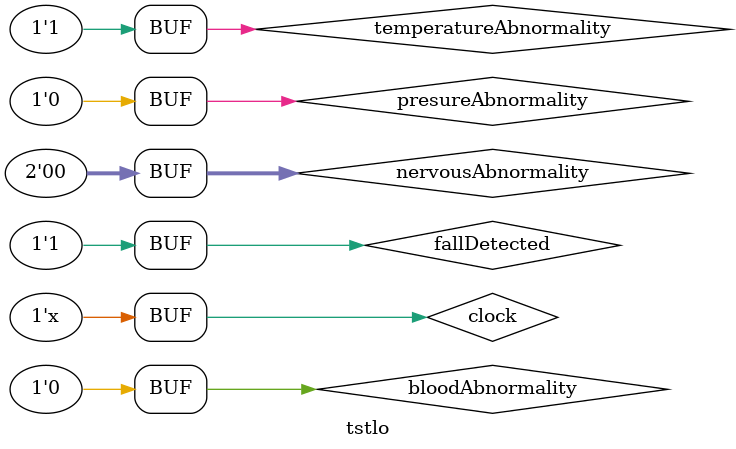
<source format=v>
`timescale 1ns / 1ps


module tstlo;

	// Inputs
	reg clock;
	reg presureAbnormality;
	reg bloodAbnormality;
	reg fallDetected;
	reg temperatureAbnormality;
	reg [1:0] nervousAbnormality;

	// Outputs
	wire [2:0] abnormaliryWarning;

	// Instantiate the Unit Under Test (UUT)
	LogicHealthcareSystemController uut (
		.clock(clock), 
		.presureAbnormality(presureAbnormality), 
		.bloodAbnormality(bloodAbnormality), 
		.fallDetected(fallDetected), 
		.temperatureAbnormality(temperatureAbnormality), 
		.nervousAbnormality(nervousAbnormality), 
		.abnormaliryWarning(abnormaliryWarning)
	);

	initial begin
		// Initialize Inputs
		clock = 0;
		presureAbnormality = 0;
		bloodAbnormality = 0;
		fallDetected = 1;
		temperatureAbnormality = 1;
		nervousAbnormality = 0;

		// Wait 100 ns for global reset to finish
		#100;
        
		// Add stimulus here

	end
     always #30 clock=~clock; 
endmodule


</source>
